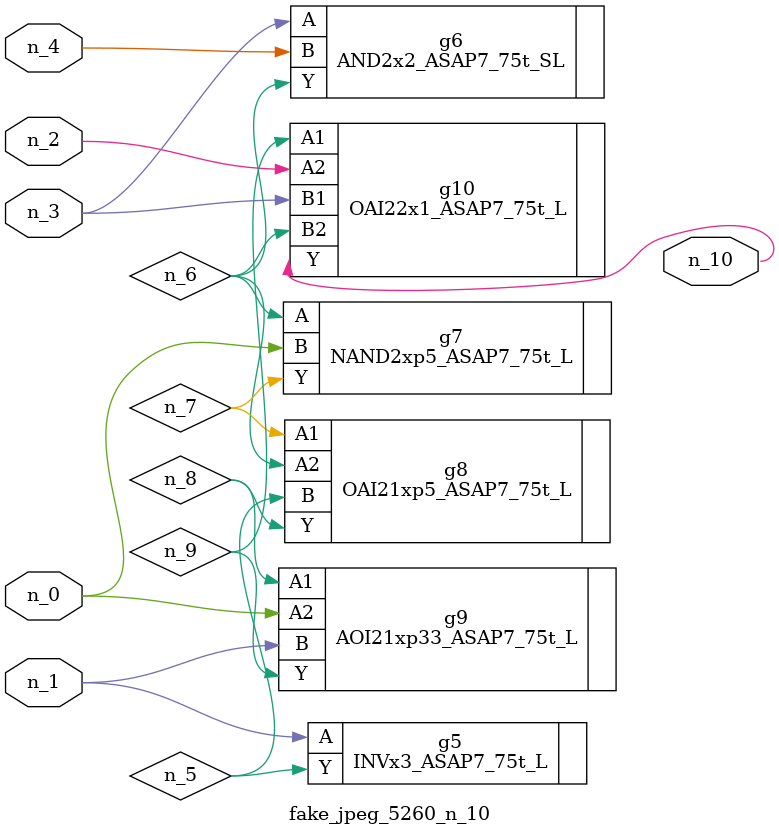
<source format=v>
module fake_jpeg_5260_n_10 (n_3, n_2, n_1, n_0, n_4, n_10);

input n_3;
input n_2;
input n_1;
input n_0;
input n_4;

output n_10;

wire n_8;
wire n_9;
wire n_6;
wire n_5;
wire n_7;

INVx3_ASAP7_75t_L g5 ( 
.A(n_1),
.Y(n_5)
);

AND2x2_ASAP7_75t_SL g6 ( 
.A(n_3),
.B(n_4),
.Y(n_6)
);

NAND2xp5_ASAP7_75t_L g7 ( 
.A(n_6),
.B(n_0),
.Y(n_7)
);

OAI21xp5_ASAP7_75t_L g8 ( 
.A1(n_7),
.A2(n_6),
.B(n_5),
.Y(n_8)
);

AOI21xp33_ASAP7_75t_L g9 ( 
.A1(n_8),
.A2(n_0),
.B(n_1),
.Y(n_9)
);

OAI22x1_ASAP7_75t_L g10 ( 
.A1(n_9),
.A2(n_2),
.B1(n_3),
.B2(n_6),
.Y(n_10)
);


endmodule
</source>
